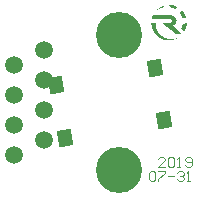
<source format=gts>
G04*
G04 #@! TF.GenerationSoftware,Altium Limited,Altium Designer,18.1.7 (191)*
G04*
G04 Layer_Color=8388736*
%FSLAX44Y44*%
%MOMM*%
G71*
G01*
G75*
%ADD10C,0.1000*%
G04:AMPARAMS|DCode=11|XSize=1.4032mm|YSize=1.2032mm|CornerRadius=0mm|HoleSize=0mm|Usage=FLASHONLY|Rotation=280.000|XOffset=0mm|YOffset=0mm|HoleType=Round|Shape=Rectangle|*
%AMROTATEDRECTD11*
4,1,4,-0.7143,0.5865,0.4706,0.7954,0.7143,-0.5865,-0.4706,-0.7954,-0.7143,0.5865,0.0*
%
%ADD11ROTATEDRECTD11*%

%ADD12C,3.9032*%
%ADD13C,1.5032*%
G36*
X144435Y172792D02*
X145128Y172736D01*
X145447Y172681D01*
X145766Y172639D01*
X146057Y172598D01*
X146335Y172542D01*
X146584Y172487D01*
X146806Y172445D01*
X147000Y172404D01*
X147167Y172362D01*
X147305Y172320D01*
X147403Y172306D01*
X147472Y172279D01*
X147486D01*
X148165Y172071D01*
X148790Y171849D01*
X149095Y171724D01*
X149372Y171599D01*
X149635Y171488D01*
X149885Y171377D01*
X150107Y171266D01*
X150301Y171155D01*
X150481Y171072D01*
X150620Y170989D01*
X150745Y170933D01*
X150828Y170878D01*
X150884Y170850D01*
X150898Y170837D01*
X148886Y169200D01*
X148498Y169422D01*
X148110Y169616D01*
X147749Y169796D01*
X147416Y169949D01*
X147278Y170004D01*
X147139Y170060D01*
X147014Y170115D01*
X146917Y170157D01*
X146834Y170185D01*
X146778Y170212D01*
X146737Y170226D01*
X146723D01*
X146307Y170379D01*
X145877Y170504D01*
X145489Y170615D01*
X145128Y170712D01*
X144976Y170739D01*
X144823Y170781D01*
X144698Y170809D01*
X144587Y170823D01*
X144504Y170837D01*
X144435Y170850D01*
X144393Y170864D01*
X144379D01*
X144296Y170878D01*
X144255D01*
X144199Y170892D01*
X144171D01*
X143728Y172764D01*
Y172778D01*
X143714D01*
X143700Y172806D01*
Y172833D01*
X144435Y172792D01*
D02*
G37*
G36*
X139345Y170725D02*
X139012Y170684D01*
X138679Y170642D01*
X138028Y170518D01*
X137709Y170448D01*
X137403Y170365D01*
X137112Y170282D01*
X136849Y170198D01*
X136599Y170129D01*
X136377Y170046D01*
X136183Y169977D01*
X136017Y169921D01*
X135878Y169866D01*
X135781Y169824D01*
X135725Y169810D01*
X135698Y169796D01*
X135351Y169644D01*
X135018Y169477D01*
X134366Y169131D01*
X134047Y168950D01*
X133756Y168770D01*
X133479Y168604D01*
X133215Y168437D01*
X132979Y168271D01*
X132772Y168118D01*
X132577Y167993D01*
X132425Y167869D01*
X132286Y167785D01*
X132203Y167702D01*
X132134Y167661D01*
X132120Y167647D01*
X132674Y168243D01*
X132952Y168520D01*
X133243Y168784D01*
X133520Y169034D01*
X133798Y169256D01*
X134061Y169477D01*
X134311Y169671D01*
X134547Y169852D01*
X134768Y170018D01*
X134949Y170143D01*
X135115Y170268D01*
X135254Y170351D01*
X135351Y170420D01*
X135407Y170462D01*
X135434Y170476D01*
X136155Y170906D01*
X136516Y171100D01*
X136876Y171266D01*
X137223Y171433D01*
X137556Y171585D01*
X137875Y171724D01*
X138180Y171849D01*
X138457Y171946D01*
X138707Y172043D01*
X138943Y172126D01*
X139137Y172196D01*
X139290Y172237D01*
X139401Y172279D01*
X139470Y172306D01*
X139498D01*
X139345Y170725D01*
D02*
G37*
G36*
X154545Y167910D02*
X154684Y167758D01*
X154808Y167619D01*
X154919Y167494D01*
X154989Y167397D01*
X155044Y167342D01*
X155058Y167314D01*
X155349Y166953D01*
X155488Y166787D01*
X155599Y166621D01*
X155710Y166496D01*
X155779Y166399D01*
X155835Y166329D01*
X155849Y166301D01*
X156098Y165927D01*
X156320Y165553D01*
X156514Y165192D01*
X156694Y164873D01*
X156778Y164720D01*
X156833Y164582D01*
X156903Y164471D01*
X156944Y164374D01*
X156986Y164291D01*
X157013Y164235D01*
X157041Y164193D01*
Y164180D01*
X157235Y163764D01*
X157402Y163347D01*
X157554Y162945D01*
X157679Y162599D01*
X157735Y162432D01*
X157790Y162293D01*
X157832Y162169D01*
X157859Y162058D01*
X157887Y161975D01*
X157915Y161905D01*
X157929Y161864D01*
Y161850D01*
X154475Y162058D01*
X154351Y162432D01*
X154212Y162779D01*
X154073Y163098D01*
X153962Y163389D01*
X153893Y163514D01*
X153851Y163625D01*
X153796Y163722D01*
X153768Y163805D01*
X153727Y163874D01*
X153699Y163916D01*
X153685Y163944D01*
Y163958D01*
X153519Y164291D01*
X153338Y164623D01*
X153172Y164915D01*
X153006Y165178D01*
X152867Y165400D01*
X152811Y165497D01*
X152756Y165567D01*
X152714Y165636D01*
X152687Y165677D01*
X152673Y165705D01*
X152659Y165719D01*
X154212Y168146D01*
X154226Y168188D01*
Y168202D01*
X154240Y168243D01*
Y168257D01*
X154545Y167910D01*
D02*
G37*
G36*
X158414Y156940D02*
X158359Y156247D01*
X158317Y155928D01*
X158262Y155623D01*
X158220Y155318D01*
X158165Y155054D01*
X158123Y154805D01*
X158081Y154583D01*
X158026Y154389D01*
X157998Y154222D01*
X157956Y154083D01*
X157943Y153986D01*
X157915Y153931D01*
Y153903D01*
X157721Y153237D01*
X157499Y152599D01*
X157388Y152308D01*
X157263Y152031D01*
X157152Y151767D01*
X157041Y151518D01*
X156944Y151296D01*
X156847Y151102D01*
X156764Y150921D01*
X156694Y150783D01*
X156625Y150658D01*
X156583Y150575D01*
X156556Y150519D01*
X156542Y150505D01*
X154004Y153196D01*
X154129Y153501D01*
X154240Y153806D01*
X154337Y154097D01*
X154420Y154347D01*
X154489Y154569D01*
X154517Y154666D01*
X154545Y154735D01*
X154559Y154805D01*
X154573Y154846D01*
X154586Y154874D01*
Y154888D01*
X154670Y155221D01*
X154739Y155554D01*
X154795Y155859D01*
X154850Y156136D01*
X154892Y156358D01*
X154905Y156469D01*
X154919Y156552D01*
Y156608D01*
X154933Y156663D01*
Y156691D01*
Y156705D01*
X158456Y157648D01*
X158414Y156940D01*
D02*
G37*
G36*
X143187Y164180D02*
X143464D01*
X143728Y164166D01*
X143963Y164152D01*
X144185Y164138D01*
X144393Y164110D01*
X144587Y164096D01*
X144754Y164083D01*
X144906Y164055D01*
X145031Y164041D01*
X145142Y164027D01*
X145225Y164013D01*
X145281D01*
X145322Y163999D01*
X145336D01*
X145738Y163916D01*
X146127Y163805D01*
X146487Y163666D01*
X146820Y163542D01*
X146959Y163472D01*
X147084Y163417D01*
X147195Y163361D01*
X147292Y163306D01*
X147375Y163264D01*
X147430Y163237D01*
X147458Y163223D01*
X147472Y163209D01*
X147680Y163070D01*
X147888Y162931D01*
X148068Y162779D01*
X148249Y162640D01*
X148401Y162502D01*
X148554Y162363D01*
X148790Y162113D01*
X148984Y161891D01*
X149067Y161808D01*
X149122Y161725D01*
X149178Y161656D01*
X149206Y161614D01*
X149233Y161586D01*
Y161572D01*
X149427Y161226D01*
X149566Y160851D01*
X149677Y160491D01*
X149746Y160144D01*
X149774Y159978D01*
X149788Y159825D01*
X149802Y159700D01*
Y159589D01*
X149816Y159492D01*
Y159423D01*
Y159381D01*
Y159367D01*
X149802Y159090D01*
X149774Y158840D01*
X149746Y158591D01*
X149705Y158383D01*
X149649Y158202D01*
X149622Y158077D01*
X149608Y158022D01*
X149594Y157980D01*
X149580Y157967D01*
Y157953D01*
X149483Y157703D01*
X149372Y157467D01*
X149261Y157259D01*
X149150Y157065D01*
X149039Y156899D01*
X148956Y156788D01*
X148900Y156705D01*
X148886Y156691D01*
Y156677D01*
X148706Y156469D01*
X148526Y156288D01*
X148359Y156122D01*
X148207Y155997D01*
X148082Y155886D01*
X147985Y155817D01*
X147916Y155761D01*
X147888Y155748D01*
X147680Y155623D01*
X147458Y155512D01*
X147236Y155401D01*
X147014Y155304D01*
X146834Y155221D01*
X146681Y155151D01*
X146626Y155124D01*
X146584Y155110D01*
X146557Y155096D01*
X146543D01*
X154822Y148078D01*
X154808Y148065D01*
X154795Y148051D01*
X154767Y148023D01*
X149206D01*
X137917Y157467D01*
X143214D01*
X143395Y157481D01*
X143575Y157495D01*
X143728Y157509D01*
X143838D01*
X143935Y157523D01*
X144005Y157537D01*
X144019D01*
X144185Y157578D01*
X144352Y157606D01*
X144490Y157648D01*
X144615Y157689D01*
X144712Y157731D01*
X144782Y157759D01*
X144837Y157786D01*
X144851D01*
X145017Y157870D01*
X145156Y157967D01*
X145267Y158064D01*
X145364Y158147D01*
X145447Y158230D01*
X145503Y158299D01*
X145530Y158341D01*
X145544Y158355D01*
X145627Y158494D01*
X145683Y158632D01*
X145724Y158771D01*
X145752Y158896D01*
X145766Y159007D01*
X145780Y159090D01*
Y159145D01*
Y159159D01*
X145766Y159312D01*
X145752Y159451D01*
X145669Y159714D01*
X145558Y159950D01*
X145433Y160144D01*
X145295Y160296D01*
X145184Y160407D01*
X145100Y160477D01*
X145087Y160504D01*
X145073D01*
X144934Y160602D01*
X144782Y160685D01*
X144462Y160810D01*
X144116Y160907D01*
X143783Y160962D01*
X143617Y160990D01*
X143478Y161004D01*
X143353Y161018D01*
X143228D01*
X143131Y161031D01*
X128819D01*
X128888Y161337D01*
X128958Y161628D01*
X129027Y161905D01*
X129096Y162141D01*
X129152Y162349D01*
X129179Y162432D01*
X129207Y162502D01*
X129221Y162557D01*
X129235Y162599D01*
X129249Y162626D01*
Y162640D01*
X129346Y162931D01*
X129457Y163223D01*
X129568Y163486D01*
X129665Y163708D01*
X129748Y163916D01*
X129817Y164069D01*
X129845Y164124D01*
X129859Y164166D01*
X129873Y164180D01*
Y164193D01*
X142895D01*
X143187Y164180D01*
D02*
G37*
G36*
X132064Y157426D02*
Y157412D01*
Y157370D01*
Y157356D01*
X132078Y156829D01*
X132106Y156316D01*
X132161Y155831D01*
X132231Y155345D01*
X132314Y154888D01*
X132411Y154458D01*
X132508Y154042D01*
X132605Y153667D01*
X132702Y153321D01*
X132799Y153016D01*
X132896Y152738D01*
X132979Y152516D01*
X133049Y152336D01*
X133104Y152197D01*
X133132Y152114D01*
X133146Y152100D01*
Y152086D01*
X133354Y151629D01*
X133576Y151185D01*
X133812Y150769D01*
X134047Y150367D01*
X134283Y149978D01*
X134533Y149632D01*
X134768Y149299D01*
X134990Y148994D01*
X135212Y148716D01*
X135407Y148481D01*
X135587Y148259D01*
X135739Y148092D01*
X135864Y147940D01*
X135961Y147843D01*
X136031Y147787D01*
X136044Y147759D01*
X136391Y147427D01*
X136766Y147108D01*
X137126Y146803D01*
X137501Y146525D01*
X137861Y146276D01*
X138222Y146026D01*
X138568Y145818D01*
X138901Y145624D01*
X139206Y145443D01*
X139484Y145291D01*
X139733Y145166D01*
X139955Y145055D01*
X140136Y144972D01*
X140260Y144916D01*
X140344Y144875D01*
X140371Y144861D01*
X140829Y144667D01*
X141300Y144514D01*
X141772Y144362D01*
X142230Y144251D01*
X142687Y144140D01*
X143117Y144057D01*
X143533Y143987D01*
X143922Y143932D01*
X144296Y143876D01*
X144615Y143849D01*
X144920Y143821D01*
X145170Y143807D01*
X145364D01*
X145447Y143793D01*
X145641D01*
X146154Y143807D01*
X146654Y143835D01*
X147125Y143876D01*
X147333Y143904D01*
X147527Y143932D01*
X147722Y143960D01*
X147874Y143987D01*
X148027Y144001D01*
X148138Y144029D01*
X148249Y144043D01*
X148318Y144057D01*
X148359Y144071D01*
X148373D01*
X148859Y144181D01*
X149330Y144306D01*
X149760Y144445D01*
X149954Y144514D01*
X150135Y144570D01*
X150301Y144625D01*
X150454Y144681D01*
X150578Y144736D01*
X150689Y144778D01*
X150773Y144805D01*
X150842Y144833D01*
X150884Y144861D01*
X150898D01*
X150273Y144528D01*
X149663Y144223D01*
X149067Y143973D01*
X148790Y143862D01*
X148526Y143765D01*
X148276Y143682D01*
X148054Y143599D01*
X147860Y143544D01*
X147694Y143488D01*
X147555Y143446D01*
X147458Y143419D01*
X147403Y143391D01*
X147375D01*
X146668Y143224D01*
X145974Y143100D01*
X145641Y143044D01*
X145309Y143003D01*
X145003Y142975D01*
X144726Y142947D01*
X144449Y142919D01*
X144213Y142906D01*
X144005Y142892D01*
X143825D01*
X143672Y142878D01*
X143478D01*
X142715Y142906D01*
X142341Y142933D01*
X141980Y142961D01*
X141633Y143003D01*
X141300Y143044D01*
X140982Y143086D01*
X140690Y143141D01*
X140427Y143197D01*
X140191Y143238D01*
X139983Y143280D01*
X139803Y143322D01*
X139664Y143363D01*
X139553Y143377D01*
X139498Y143405D01*
X139470D01*
X138763Y143640D01*
X138416Y143751D01*
X138083Y143890D01*
X137778Y144015D01*
X137473Y144140D01*
X137196Y144265D01*
X136946Y144389D01*
X136710Y144500D01*
X136488Y144611D01*
X136308Y144708D01*
X136155Y144778D01*
X136031Y144847D01*
X135934Y144903D01*
X135878Y144930D01*
X135864Y144944D01*
X135254Y145319D01*
X134685Y145721D01*
X134422Y145915D01*
X134172Y146109D01*
X133936Y146303D01*
X133728Y146484D01*
X133520Y146650D01*
X133354Y146803D01*
X133201Y146941D01*
X133063Y147052D01*
X132966Y147149D01*
X132896Y147232D01*
X132841Y147274D01*
X132827Y147288D01*
X132341Y147815D01*
X131898Y148342D01*
X131496Y148869D01*
X131315Y149105D01*
X131149Y149340D01*
X130996Y149562D01*
X130871Y149756D01*
X130760Y149923D01*
X130663Y150076D01*
X130580Y150200D01*
X130525Y150297D01*
X130497Y150353D01*
X130483Y150367D01*
Y150381D01*
X130469D01*
X130455Y150408D01*
Y150422D01*
X130428Y150464D01*
X130414Y150492D01*
X130386Y150547D01*
X130372Y150561D01*
X130095Y151102D01*
X129859Y151629D01*
X129637Y152128D01*
X129554Y152364D01*
X129457Y152586D01*
X129388Y152794D01*
X129318Y152974D01*
X129263Y153140D01*
X129207Y153279D01*
X129179Y153390D01*
X129152Y153473D01*
X129124Y153529D01*
Y153543D01*
X128958Y154139D01*
X128833Y154721D01*
X128722Y155276D01*
X128680Y155540D01*
X128639Y155775D01*
X128611Y155997D01*
X128583Y156205D01*
X128569Y156386D01*
X128555Y156538D01*
X128542Y156663D01*
X128528Y156760D01*
Y156816D01*
Y156829D01*
Y156940D01*
Y157023D01*
X128514Y157093D01*
Y157121D01*
X128500Y157245D01*
Y157356D01*
Y157440D01*
Y157453D01*
Y157467D01*
X132064D01*
Y157426D01*
D02*
G37*
D10*
X139829Y35747D02*
X134497D01*
X139829Y41079D01*
Y42411D01*
X138496Y43744D01*
X135830D01*
X134497Y42411D01*
X142495D02*
X143828Y43744D01*
X146494D01*
X147826Y42411D01*
Y37080D01*
X146494Y35747D01*
X143828D01*
X142495Y37080D01*
Y42411D01*
X150492Y35747D02*
X153158D01*
X151825D01*
Y43744D01*
X150492Y42411D01*
X157157Y37080D02*
X158490Y35747D01*
X161155D01*
X162488Y37080D01*
Y42411D01*
X161155Y43744D01*
X158490D01*
X157157Y42411D01*
Y41079D01*
X158490Y39746D01*
X162488D01*
X126500Y30415D02*
X127833Y31747D01*
X130499D01*
X131832Y30415D01*
Y25083D01*
X130499Y23750D01*
X127833D01*
X126500Y25083D01*
Y30415D01*
X134497Y31747D02*
X139829D01*
Y30415D01*
X134497Y25083D01*
Y23750D01*
X142495Y27749D02*
X147826D01*
X150492Y30415D02*
X151825Y31747D01*
X154491D01*
X155824Y30415D01*
Y29082D01*
X154491Y27749D01*
X153158D01*
X154491D01*
X155824Y26416D01*
Y25083D01*
X154491Y23750D01*
X151825D01*
X150492Y25083D01*
X158490Y23750D02*
X161155D01*
X159823D01*
Y31747D01*
X158490Y30415D01*
D11*
X131597Y119488D02*
D03*
X47889Y104728D02*
D03*
X139411Y75172D02*
D03*
X55703Y60412D02*
D03*
D12*
X100730Y147100D02*
D03*
Y32800D02*
D03*
D13*
X11830Y45500D02*
D03*
X37230Y58200D02*
D03*
X11830Y70900D02*
D03*
Y96300D02*
D03*
X37230Y83600D02*
D03*
X11830Y121700D02*
D03*
X37230Y109000D02*
D03*
Y134400D02*
D03*
M02*

</source>
